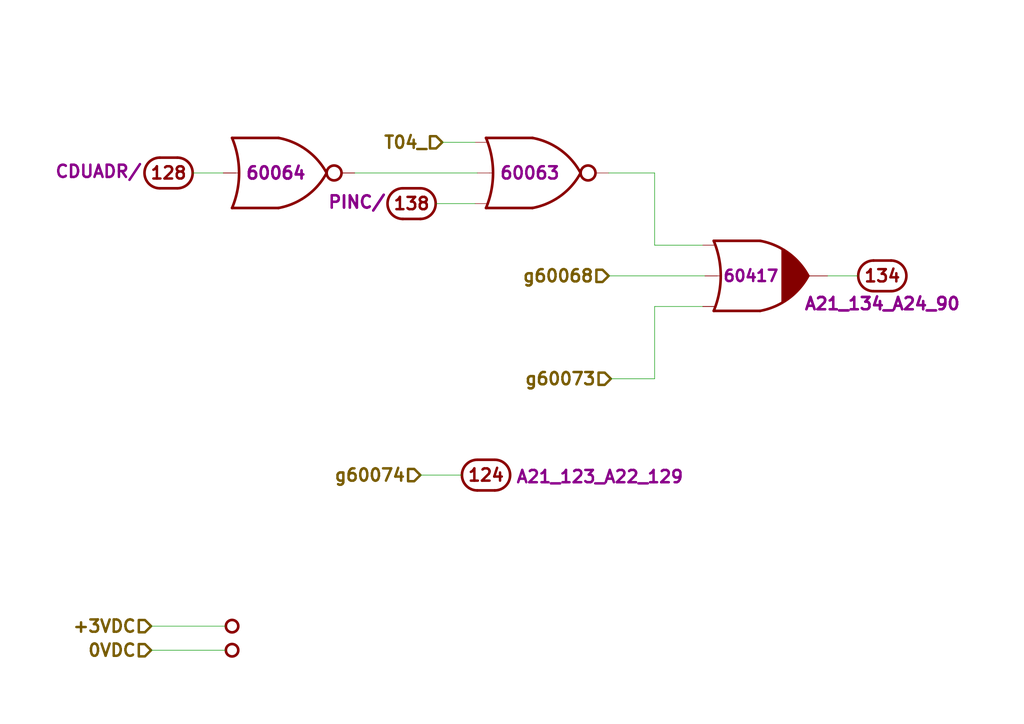
<source format=kicad_sch>
(kicad_sch (version 20211123) (generator eeschema)
  (paper "A4")
  (title_block (title "BLOCK I LOGIC FLOW S, MODULE A21, DRAWING 1006556") (date "2018-11-25") (rev "Draft") (comment 1 "Modules A21"))
  (wire (pts (xy 189.865 109.855) (xy 177.165 109.855)))
  (wire (pts (xy 102.87 50.165) (xy 138.43 50.165)))
  (wire (pts (xy 43.815 188.595) (xy 65.405 188.595)))
  (wire (pts (xy 121.92 137.795) (xy 133.985 137.795)))
  (wire (pts (xy 189.865 50.165) (xy 189.865 71.12)))
  (wire (pts (xy 137.795 59.055) (xy 126.365 59.055)))
  (wire (pts (xy 176.53 80.01) (xy 204.47 80.01)))
  (wire (pts (xy 43.815 181.61) (xy 65.405 181.61)))
  (wire (pts (xy 137.795 41.275) (xy 128.27 41.275)))
  (wire (pts (xy 203.835 88.9) (xy 189.865 88.9)))
  (wire (pts (xy 64.77 50.165) (xy 55.88 50.165)))
  (wire (pts (xy 189.865 88.9) (xy 189.865 109.855)))
  (wire (pts (xy 189.865 71.12) (xy 203.835 71.12)))
  (wire (pts (xy 240.03 80.01) (xy 248.92 80.01)))
  (wire (pts (xy 176.53 50.165) (xy 189.865 50.165)))
  (hierarchical_label "T04_" (shape input) (at 128.27 41.275 180) (effects (font (size 3.556 3.556) (thickness 0.7112) bold)))
  (hierarchical_label "g60068" (shape input) (at 176.53 80.01 180) (effects (font (size 3.556 3.556) (thickness 0.7112) bold)))
  (hierarchical_label "g60074" (shape input) (at 121.92 137.795 180) (effects (font (size 3.556 3.556) (thickness 0.7112) bold)))
  (hierarchical_label "+3VDC" (shape input) (at 43.815 181.61 180) (effects (font (size 3.556 3.556) (thickness 0.7112) bold)))
  (hierarchical_label "0VDC" (shape input) (at 43.815 188.595 180) (effects (font (size 3.556 3.556) (thickness 0.7112) bold)))
  (hierarchical_label "g60073" (shape input) (at 177.165 109.855 180) (effects (font (size 3.556 3.556) (thickness 0.7112) bold)))
  (symbol (lib_id "D3NOR-+3VDC-0VDC-nd1021041:D3NOR-+3VDC-0VDC-nd1021041-135-___") (at 153.67 50.165 0) (unit 1)
    (property "Reference" "U1302" (effects hide))
    (property "Value" "D3NOR-+3VDC-0VDC-nd1021041-135-___" (effects hide))
    (property "Location" "60063" (at 153.67 50.165 0) (effects (font (size 3.556 3.556) bold)))
  )
  (symbol (lib_id "AGC_DSKY:ConnectorGeneric") (at 48.895 50.165 0) (unit 128)
    (property "Reference" "J1" (effects hide))
    (property "Value" "ConnectorGeneric" (effects hide))
    (property "Caption" "CDUADR/" (at 28.575 52.07 0) (effects (font (size 3.556 3.556) bold) (justify bottom)))
  )
  (symbol (lib_id "AGC_DSKY:ConnectorGeneric") (at 119.38 59.055 0) (unit 138)
    (property "Reference" "J1" (effects hide))
    (property "Value" "ConnectorGeneric" (effects hide))
    (property "Caption" "PINC/" (at 103.505 60.96 0) (effects (font (size 3.556 3.556) bold) (justify bottom)))
  )
  (symbol (lib_id "D3NOR-+3VDC-0VDC-nd1021041:D3NOR-+3VDC-0VDC-nd1021041-_3_-___") (at 80.01 50.165 0) (mirror x) (unit 1)
    (property "Reference" "U1301" (effects hide))
    (property "Value" "D3NOR-+3VDC-0VDC-nd1021041-_3_-___" (effects hide))
    (property "Location" "60064" (at 80.01 50.165 0) (effects (font (size 3.556 3.556) bold)))
  )
  (symbol (lib_id "AGC_DSKY:ConnectorGeneric") (at 255.905 80.01 180) (unit 134)
    (property "Reference" "J1" (effects hide))
    (property "Value" "ConnectorGeneric" (effects hide))
    (property "Caption" "A21_134_A24_90" (at 255.905 85.725 0) (effects (font (size 3.556 3.556) bold) (justify bottom)))
  )
  (symbol (lib_id "AGC_DSKY:ConnectorGeneric") (at 140.97 137.795 180) (unit 124)
    (property "Reference" "J1" (effects hide))
    (property "Value" "ConnectorGeneric" (effects hide))
    (property "Caption" "A21_123_A22_129" (at 173.99 135.89 0) (effects (font (size 3.556 3.556) bold) (justify bottom)))
  )
  (symbol (lib_id "D3NOR-NC-0VDC-expander-nd1021041:D3NOR-NC-0VDC-expander-nd1021041-135-___") (at 219.71 80.01 0) (unit 1)
    (property "Reference" "U1303" (effects hide))
    (property "Value" "D3NOR-NC-0VDC-expander-nd1021041-135-___" (effects hide))
    (property "Location" "60417" (at 217.805 80.01 0) (effects (font (size 3.302 3.302) bold)))
  )
  (symbol (lib_id "AGC_DSKY:Node2") (at 67.31 181.61 180)
    (property "Reference" "N1201" (effects hide))
    (property "Value" "Node2" (effects hide))
    (property "Caption" "+3VDC" (effects hide))
  )
  (symbol (lib_id "AGC_DSKY:Node2") (at 67.31 188.595 180)
    (property "Reference" "N1202" (effects hide))
    (property "Value" "Node2" (effects hide))
    (property "Caption" "0VDC" (effects hide))
  )
)
</source>
